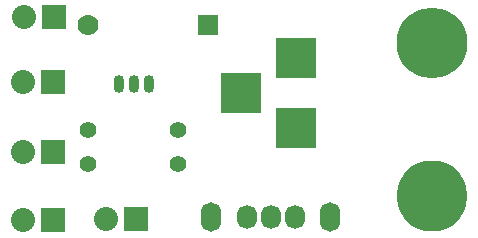
<source format=gbr>
G04 #@! TF.FileFunction,Soldermask,Top*
%FSLAX46Y46*%
G04 Gerber Fmt 4.6, Leading zero omitted, Abs format (unit mm)*
G04 Created by KiCad (PCBNEW 4.0.0-rc1-stable) date Sun Oct  2 07:22:39 2016*
%MOMM*%
G01*
G04 APERTURE LIST*
%ADD10C,0.100000*%
%ADD11R,2.032000X2.032000*%
%ADD12O,2.032000X2.032000*%
%ADD13C,1.778000*%
%ADD14R,1.778000X1.778000*%
%ADD15C,1.397000*%
%ADD16C,6.000000*%
%ADD17O,6.000000X6.000000*%
%ADD18O,0.899160X1.501140*%
%ADD19R,3.500120X3.500120*%
%ADD20O,1.727200X2.500000*%
%ADD21O,1.727200X2.032000*%
G04 APERTURE END LIST*
D10*
D11*
X51770000Y-42800000D03*
D12*
X49230000Y-42800000D03*
D11*
X51745000Y-48300000D03*
D12*
X49205000Y-48300000D03*
D11*
X51745000Y-54150000D03*
D12*
X49205000Y-54150000D03*
D11*
X51745000Y-59975000D03*
D12*
X49205000Y-59975000D03*
D11*
X58770000Y-59825000D03*
D12*
X56230000Y-59825000D03*
D13*
X54645000Y-43475000D03*
D14*
X64805000Y-43475000D03*
D15*
X62285000Y-55200000D03*
X54665000Y-55200000D03*
X62335000Y-52350000D03*
X54715000Y-52350000D03*
D16*
X83775000Y-44925000D03*
D17*
X83775000Y-57925000D03*
D18*
X58570000Y-48400000D03*
X59840000Y-48400000D03*
X57300000Y-48400000D03*
D19*
X72325000Y-52200140D03*
X72325000Y-46200660D03*
X67626000Y-49200400D03*
D20*
X75175000Y-59675000D03*
D21*
X72175000Y-59675000D03*
X70175000Y-59675000D03*
X68175000Y-59675000D03*
D20*
X65095000Y-59675000D03*
M02*

</source>
